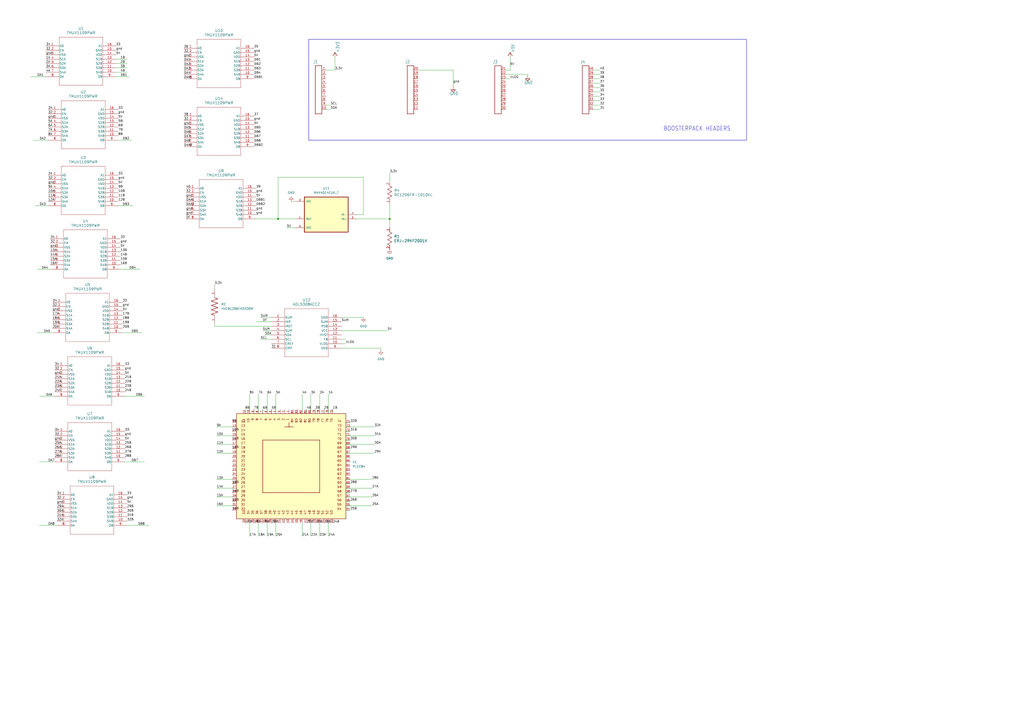
<source format=kicad_sch>
(kicad_sch (version 20230121) (generator eeschema)
  (paper "A2")
  (lib_symbols
    (symbol "2024-03-25_20-30-21:RC1206FR-1010KL" (pin_names (offset 0.254))
      (property "Reference" "R" (at 5.715 3.81 0))
      (property "Value" "RC1206FR-1010KL" (at 6.35 -3.81 0))
      (symbol "RC1206FR-1010KL_1_1"
        (polyline (pts (xy 2.54 0) (xy 3.175 1.27)) (stroke (width 0.2032)))
        (polyline (pts (xy 3.175 1.27) (xy 4.445 -1.27)) (stroke (width 0.2032)))
        (polyline (pts (xy 4.445 -1.27) (xy 5.715 1.27)) (stroke (width 0.2032)))
        (polyline (pts (xy 5.715 1.27) (xy 6.985 -1.27)) (stroke (width 0.2032)))
        (polyline (pts (xy 6.985 -1.27) (xy 8.255 1.27)) (stroke (width 0.2032)))
        (polyline (pts (xy 8.255 1.27) (xy 9.525 -1.27)) (stroke (width 0.2032)))
        (polyline (pts (xy 9.525 -1.27) (xy 10.16 0)) (stroke (width 0.2032)))
        (pin unspecified line (at 0 0 0) (length 2.54) (name "") (number "1"))
        (pin unspecified line (at 12.7 0 180) (length 2.54) (name "") (number "2"))
      )
      (symbol "RC1206FR-1010KL_1_2"
        (polyline (pts (xy -1.27 3.175) (xy 1.27 4.445)) (stroke (width 0.2032)))
        (polyline (pts (xy -1.27 5.715) (xy 1.27 6.985)) (stroke (width 0.2032)))
        (polyline (pts (xy -1.27 8.255) (xy 1.27 9.525)) (stroke (width 0.2032)))
        (polyline (pts (xy 0 2.54) (xy -1.27 3.175)) (stroke (width 0.2032)))
        (polyline (pts (xy 1.27 4.445) (xy -1.27 5.715)) (stroke (width 0.2032)))
        (polyline (pts (xy 1.27 6.985) (xy -1.27 8.255)) (stroke (width 0.2032)))
        (polyline (pts (xy 1.27 9.525) (xy 0 10.16)) (stroke (width 0.2032)))
        (pin unspecified line (at 0 12.7 270) (length 2.54) (name "") (number "1"))
        (pin unspecified line (at 0 0 90) (length 2.54) (name "") (number "2"))
      )
    )
    (symbol "ADL_new:ADL5308ACCZ" (pin_names (offset 0.254))
      (property "Reference" "U" (at 20.32 10.16 0))
      (property "Value" "ADL5308ACCZ" (at 20.32 7.62 0))
      (symbol "ADL5308ACCZ_0_1"
        (polyline (pts (xy 7.62 -22.86) (xy 33.02 -22.86)) (stroke (width 0.127)))
        (polyline (pts (xy 7.62 5.08) (xy 7.62 -22.86)) (stroke (width 0.127)))
        (polyline (pts (xy 33.02 -22.86) (xy 33.02 5.08)) (stroke (width 0.127)))
        (polyline (pts (xy 33.02 5.08) (xy 7.62 5.08)) (stroke (width 0.127)))
        (pin unspecified line (at 0 0 0) (length 7.62) (name "SUM") (number "1"))
        (pin output line (at 40.64 -15.24 180) (length 7.62) (name "VLOG") (number "10"))
        (pin input line (at 40.64 -12.7 180) (length 7.62) (name "FB") (number "11"))
        (pin unspecified line (at 40.64 -10.16 180) (length 7.62) (name "HYST") (number "12"))
        (pin power_in line (at 40.64 -7.62 180) (length 7.62) (name "VCC") (number "13"))
        (pin power_in line (at 40.64 -5.08 180) (length 7.62) (name "PDB") (number "14"))
        (pin unspecified line (at 40.64 -2.54 180) (length 7.62) (name "SUM") (number "15"))
        (pin power_out line (at 40.64 0 180) (length 7.62) (name "GND") (number "16"))
        (pin input line (at 0 -2.54 0) (length 7.62) (name "INP") (number "2"))
        (pin input line (at 0 -5.08 0) (length 7.62) (name "IREF") (number "3"))
        (pin unspecified line (at 0 -7.62 0) (length 7.62) (name "SUM") (number "4"))
        (pin bidirectional line (at 0 -10.16 0) (length 7.62) (name "SDA") (number "5"))
        (pin input line (at 0 -12.7 0) (length 7.62) (name "SCL") (number "6"))
        (pin power_in line (at 0 -15.24 0) (length 7.62) (name "CREF") (number "7"))
        (pin power_in line (at 0 -17.78 0) (length 7.62) (name "CMP") (number "8"))
        (pin power_out line (at 40.64 -17.78 180) (length 7.62) (name "GND") (number "9"))
      )
    )
    (symbol "BOOSTXL-EDUMKII-eagle-import:+3V3" (power)
      (property "Value" "+3V3" (at -2.54 -5.08 90))
      (symbol "+3V3_1_0"
        (polyline (pts (xy 0 0) (xy -1.27 -1.905)) (stroke (width 0.254)))
        (polyline (pts (xy 1.27 -1.905) (xy 0 0)) (stroke (width 0.254)))
        (pin power_in line (at 0 -2.54 90) (length 2.54) (name "+3V3") (number "1"))
      )
    )
    (symbol "BOOSTXL-EDUMKII-eagle-import:+5V" (power)
      (property "Value" "+5V" (at -2.54 -5.08 90))
      (symbol "+5V_1_0"
        (polyline (pts (xy 0 0) (xy -1.27 -1.905)) (stroke (width 0.254)))
        (polyline (pts (xy 1.27 -1.905) (xy 0 0)) (stroke (width 0.254)))
        (pin power_in line (at 0 -2.54 90) (length 2.54) (name "+5V") (number "1"))
      )
    )
    (symbol "BOOSTXL-EDUMKII-eagle-import:GND" (power)
      (property "Value" "GND" (at -1.905 -3.175 0))
      (symbol "GND_1_0"
        (polyline (pts (xy -1.27 0) (xy 1.27 0)) (stroke (width 0.254)))
        (polyline (pts (xy 0 -1.27) (xy -1.27 0)) (stroke (width 0.254)))
        (polyline (pts (xy 1.27 0) (xy 0 -1.27)) (stroke (width 0.254)))
        (pin power_in line (at 0 2.54 270) (length 2.54) (name "GND") (number "1"))
      )
    )
    (symbol "BOOSTXL-EDUMKII-eagle-import:HEADER1X10"
      (property "Reference" "J" (at -2.54 16.51 0))
      (symbol "HEADER1X10_1_0"
        (polyline (pts (xy -1.27 -12.7) (xy -1.27 15.24)) (stroke (width 0.254)))
        (polyline (pts (xy -1.27 15.24) (xy 2.54 15.24)) (stroke (width 0.254)))
        (polyline (pts (xy 2.54 -12.7) (xy -1.27 -12.7)) (stroke (width 0.254)))
        (polyline (pts (xy 2.54 15.24) (xy 2.54 -12.7)) (stroke (width 0.254)))
        (pin bidirectional line (at 5.08 12.7 180) (length 2.54) (name "1") (number "1"))
        (pin bidirectional line (at 5.08 -10.16 180) (length 2.54) (name "10") (number "10"))
        (pin bidirectional line (at 5.08 10.16 180) (length 2.54) (name "2") (number "2"))
        (pin bidirectional line (at 5.08 7.62 180) (length 2.54) (name "3") (number "3"))
        (pin bidirectional line (at 5.08 5.08 180) (length 2.54) (name "4") (number "4"))
        (pin bidirectional line (at 5.08 2.54 180) (length 2.54) (name "5") (number "5"))
        (pin bidirectional line (at 5.08 0 180) (length 2.54) (name "6") (number "6"))
        (pin bidirectional line (at 5.08 -2.54 180) (length 2.54) (name "7") (number "7"))
        (pin bidirectional line (at 5.08 -5.08 180) (length 2.54) (name "8") (number "8"))
        (pin bidirectional line (at 5.08 -7.62 180) (length 2.54) (name "9") (number "9"))
      )
    )
    (symbol "BOOSTXL-EDUMKII-eagle-import:HEADER1X10-J2"
      (property "Reference" "J" (at -2.54 16.51 0))
      (symbol "HEADER1X10-J2_1_0"
        (polyline (pts (xy -1.27 -12.7) (xy -1.27 15.24)) (stroke (width 0.254)))
        (polyline (pts (xy -1.27 15.24) (xy 2.54 15.24)) (stroke (width 0.254)))
        (polyline (pts (xy 2.54 -12.7) (xy -1.27 -12.7)) (stroke (width 0.254)))
        (polyline (pts (xy 2.54 15.24) (xy 2.54 -12.7)) (stroke (width 0.254)))
        (pin bidirectional line (at 5.08 -10.16 180) (length 2.54) (name "10") (number "11"))
        (pin bidirectional line (at 5.08 -7.62 180) (length 2.54) (name "9") (number "12"))
        (pin bidirectional line (at 5.08 -5.08 180) (length 2.54) (name "8") (number "13"))
        (pin bidirectional line (at 5.08 -2.54 180) (length 2.54) (name "7") (number "14"))
        (pin bidirectional line (at 5.08 0 180) (length 2.54) (name "6") (number "15"))
        (pin bidirectional line (at 5.08 2.54 180) (length 2.54) (name "5") (number "16"))
        (pin bidirectional line (at 5.08 5.08 180) (length 2.54) (name "4") (number "17"))
        (pin bidirectional line (at 5.08 7.62 180) (length 2.54) (name "3") (number "18"))
        (pin bidirectional line (at 5.08 10.16 180) (length 2.54) (name "2") (number "19"))
        (pin bidirectional line (at 5.08 12.7 180) (length 2.54) (name "1") (number "20"))
      )
    )
    (symbol "BOOSTXL-EDUMKII-eagle-import:HEADER1X10-J3"
      (property "Reference" "J" (at -2.54 16.51 0))
      (symbol "HEADER1X10-J3_1_0"
        (polyline (pts (xy -1.27 -12.7) (xy -1.27 15.24)) (stroke (width 0.254)))
        (polyline (pts (xy -1.27 15.24) (xy 2.54 15.24)) (stroke (width 0.254)))
        (polyline (pts (xy 2.54 -12.7) (xy -1.27 -12.7)) (stroke (width 0.254)))
        (polyline (pts (xy 2.54 15.24) (xy 2.54 -12.7)) (stroke (width 0.254)))
        (pin bidirectional line (at 5.08 12.7 180) (length 2.54) (name "1") (number "21"))
        (pin bidirectional line (at 5.08 10.16 180) (length 2.54) (name "2") (number "22"))
        (pin bidirectional line (at 5.08 7.62 180) (length 2.54) (name "3") (number "23"))
        (pin bidirectional line (at 5.08 5.08 180) (length 2.54) (name "4") (number "24"))
        (pin bidirectional line (at 5.08 2.54 180) (length 2.54) (name "5") (number "25"))
        (pin bidirectional line (at 5.08 0 180) (length 2.54) (name "6") (number "26"))
        (pin bidirectional line (at 5.08 -2.54 180) (length 2.54) (name "7") (number "27"))
        (pin bidirectional line (at 5.08 -5.08 180) (length 2.54) (name "8") (number "28"))
        (pin bidirectional line (at 5.08 -7.62 180) (length 2.54) (name "9") (number "29"))
        (pin bidirectional line (at 5.08 -10.16 180) (length 2.54) (name "10") (number "30"))
      )
    )
    (symbol "BOOSTXL-EDUMKII-eagle-import:HEADER1X10-J4"
      (property "Reference" "J" (at -2.54 16.51 0))
      (symbol "HEADER1X10-J4_1_0"
        (polyline (pts (xy -1.27 -12.7) (xy -1.27 15.24)) (stroke (width 0.254)))
        (polyline (pts (xy -1.27 15.24) (xy 2.54 15.24)) (stroke (width 0.254)))
        (polyline (pts (xy 2.54 -12.7) (xy -1.27 -12.7)) (stroke (width 0.254)))
        (polyline (pts (xy 2.54 15.24) (xy 2.54 -12.7)) (stroke (width 0.254)))
        (pin bidirectional line (at 5.08 -10.16 180) (length 2.54) (name "10") (number "31"))
        (pin bidirectional line (at 5.08 -7.62 180) (length 2.54) (name "9") (number "32"))
        (pin bidirectional line (at 5.08 -5.08 180) (length 2.54) (name "8") (number "33"))
        (pin bidirectional line (at 5.08 -2.54 180) (length 2.54) (name "7") (number "34"))
        (pin bidirectional line (at 5.08 0 180) (length 2.54) (name "6") (number "35"))
        (pin bidirectional line (at 5.08 2.54 180) (length 2.54) (name "5") (number "36"))
        (pin bidirectional line (at 5.08 5.08 180) (length 2.54) (name "4") (number "37"))
        (pin bidirectional line (at 5.08 7.62 180) (length 2.54) (name "3") (number "38"))
        (pin bidirectional line (at 5.08 10.16 180) (length 2.54) (name "2") (number "39"))
        (pin bidirectional line (at 5.08 12.7 180) (length 2.54) (name "1") (number "40"))
      )
    )
    (symbol "MAX4014EUK_T:MAX4014EUK_T" (pin_names (offset 1.016))
      (property "Reference" "U" (at -12.7 11.16 0))
      (property "Value" "MAX4014EUK_T" (at -12.7 -14.16 0))
      (symbol "MAX4014EUK_T_0_0"
        (rectangle (start -12.7 -10.16) (end 12.7 10.16) (stroke (width 0.41)) (fill (type background)))
        (pin output line (at 17.78 2.54 180) (length 5.08) (name "OUT") (number "1"))
        (pin power_in line (at 17.78 -7.62 180) (length 5.08) (name "VEE") (number "2"))
        (pin input line (at -17.78 2.54 0) (length 5.08) (name "IN+") (number "3"))
        (pin input line (at -17.78 0 0) (length 5.08) (name "IN-") (number "4"))
        (pin power_in line (at 17.78 7.62 180) (length 5.08) (name "VCC") (number "5"))
      )
    )
    (symbol "PLCC84:PLCC84" (pin_names (offset 1.016))
      (property "Reference" "X" (at 33.655 34.925 0))
      (property "Value" "PLCC84" (at -4.445 -3.81 0))
      (symbol "PLCC84_0_0"
        (rectangle (start -30.48 -30.48) (end 30.48 33.02) (stroke (width 0.254)) (fill (type background)))
        (polyline (pts (xy -25.4 0) (xy -22.86 0)) (stroke (width 0.254)))
        (polyline (pts (xy -22.86 0) (xy -22.86 -2.54)) (stroke (width 0.254)))
        (polyline (pts (xy -22.86 0) (xy -22.86 2.54)) (stroke (width 0.254)))
        (polyline (pts (xy -15.24 -15.24) (xy 15.24 -15.24)) (stroke (width 0.254)))
        (polyline (pts (xy -15.24 17.78) (xy -15.24 -15.24)) (stroke (width 0.254)))
        (polyline (pts (xy 15.24 -15.24) (xy 15.24 17.78)) (stroke (width 0.254)))
        (polyline (pts (xy 15.24 17.78) (xy -15.24 17.78)) (stroke (width 0.254)))
        (text "1" (at -27.94 0 0) (effects (font (size 1.27 1.27)) (justify left bottom)))
        (text "10" (at -27.94 -22.86 0) (effects (font (size 1.27 1.27)) (justify left bottom)))
        (text "11" (at -27.94 -25.4 0) (effects (font (size 1.27 1.27)) (justify left bottom)))
        (text "12" (at -25.4 -27.94 900) (effects (font (size 1.27 1.27)) (justify left bottom)))
        (text "13" (at -22.86 -27.94 900) (effects (font (size 1.27 1.27)) (justify left bottom)))
        (text "14" (at -20.32 -27.94 900) (effects (font (size 1.27 1.27)) (justify left bottom)))
        (text "15" (at -17.78 -27.94 900) (effects (font (size 1.27 1.27)) (justify left bottom)))
        (text "16" (at -15.24 -27.94 900) (effects (font (size 1.27 1.27)) (justify left bottom)))
        (text "17" (at -12.7 -27.94 900) (effects (font (size 1.27 1.27)) (justify left bottom)))
        (text "18" (at -10.16 -27.94 900) (effects (font (size 1.27 1.27)) (justify left bottom)))
        (text "19" (at -7.62 -27.94 900) (effects (font (size 1.27 1.27)) (justify left bottom)))
        (text "2" (at -27.94 -2.54 0) (effects (font (size 1.27 1.27)) (justify left bottom)))
        (text "20" (at -5.08 -27.94 900) (effects (font (size 1.27 1.27)) (justify left bottom)))
        (text "21" (at -2.54 -27.94 900) (effects (font (size 1.27 1.27)) (justify left bottom)))
        (text "22" (at 0 -27.94 900) (effects (font (size 1.27 1.27)) (justify left bottom)))
        (text "23" (at 2.54 -27.94 900) (effects (font (size 1.27 1.27)) (justify left bottom)))
        (text "24" (at 5.08 -27.94 900) (effects (font (size 1.27 1.27)) (justify left bottom)))
        (text "25" (at 7.62 -27.94 900) (effects (font (size 1.27 1.27)) (justify left bottom)))
        (text "26" (at 10.16 -27.94 900) (effects (font (size 1.27 1.27)) (justify left bottom)))
        (text "27" (at 12.7 -27.94 900) (effects (font (size 1.27 1.27)) (justify left bottom)))
        (text "28" (at 15.24 -27.94 900) (effects (font (size 1.27 1.27)) (justify left bottom)))
        (text "29" (at 17.78 -27.94 900) (effects (font (size 1.27 1.27)) (justify left bottom)))
        (text "3" (at -27.94 -5.08 0) (effects (font (size 1.27 1.27)) (justify left bottom)))
        (text "30" (at 20.32 -27.94 900) (effects (font (size 1.27 1.27)) (justify left bottom)))
        (text "31" (at 22.86 -27.94 900) (effects (font (size 1.27 1.27)) (justify left bottom)))
        (text "32" (at 25.4 -27.94 900) (effects (font (size 1.27 1.27)) (justify left bottom)))
        (text "33" (at 25.4 -25.4 0) (effects (font (size 1.27 1.27)) (justify left bottom)))
        (text "34" (at 25.4 -22.86 0) (effects (font (size 1.27 1.27)) (justify left bottom)))
        (text "35" (at 25.4 -20.32 0) (effects (font (size 1.27 1.27)) (justify left bottom)))
        (text "36" (at 25.4 -17.78 0) (effects (font (size 1.27 1.27)) (justify left bottom)))
        (text "37" (at 25.4 -15.24 0) (effects (font (size 1.27 1.27)) (justify left bottom)))
        (text "38" (at 25.4 -12.7 0) (effects (font (size 1.27 1.27)) (justify left bottom)))
        (text "39" (at 25.4 -10.16 0) (effects (font (size 1.27 1.27)) (justify left bottom)))
        (text "4" (at -27.94 -7.62 0) (effects (font (size 1.27 1.27)) (justify left bottom)))
        (text "40" (at 25.4 -7.62 0) (effects (font (size 1.27 1.27)) (justify left bottom)))
        (text "41" (at 25.4 -5.08 0) (effects (font (size 1.27 1.27)) (justify left bottom)))
        (text "42" (at 25.4 -2.54 0) (effects (font (size 1.27 1.27)) (justify left bottom)))
        (text "43" (at 25.4 0 0) (effects (font (size 1.27 1.27)) (justify left bottom)))
        (text "44" (at 25.4 2.54 0) (effects (font (size 1.27 1.27)) (justify left bottom)))
        (text "45" (at 25.4 5.08 0) (effects (font (size 1.27 1.27)) (justify left bottom)))
        (text "46" (at 25.4 7.62 0) (effects (font (size 1.27 1.27)) (justify left bottom)))
        (text "47" (at 25.4 10.16 0) (effects (font (size 1.27 1.27)) (justify left bottom)))
        (text "48" (at 25.4 12.7 0) (effects (font (size 1.27 1.27)) (justify left bottom)))
        (text "49" (at 25.4 15.24 0) (effects (font (size 1.27 1.27)) (justify left bottom)))
        (text "5" (at -27.94 -10.16 0) (effects (font (size 1.27 1.27)) (justify left bottom)))
        (text "50" (at 25.4 17.78 0) (effects (font (size 1.27 1.27)) (justify left bottom)))
        (text "51" (at 25.4 20.32 0) (effects (font (size 1.27 1.27)) (justify left bottom)))
        (text "52" (at 25.4 22.86 0) (effects (font (size 1.27 1.27)) (justify left bottom)))
        (text "53" (at 25.4 25.4 0) (effects (font (size 1.27 1.27)) (justify left bottom)))
        (text "54" (at 25.4 27.94 900) (effects (font (size 1.27 1.27)) (justify left bottom)))
        (text "55" (at 22.86 27.94 900) (effects (font (size 1.27 1.27)) (justify left bottom)))
        (text "56" (at 20.32 27.94 900) (effects (font (size 1.27 1.27)) (justify left bottom)))
        (text "57" (at 17.78 27.94 900) (effects (font (size 1.27 1.27)) (justify left bottom)))
        (text "58" (at 15.24 27.94 900) (effects (font (size 1.27 1.27)) (justify left bottom)))
        (text "59" (at 12.7 27.94 900) (effects (font (size 1.27 1.27)) (justify left bottom)))
        (text "6" (at -27.94 -12.7 0) (effects (font (size 1.27 1.27)) (justify left bottom)))
        (text "60" (at 10.16 27.94 900) (effects (font (size 1.27 1.27)) (justify left bottom)))
        (text "61" (at 7.62 27.94 900) (effects (font (size 1.27 1.27)) (justify left bottom)))
        (text "62" (at 5.08 27.94 900) (effects (font (size 1.27 1.27)) (justify left bottom)))
        (text "63" (at 2.54 27.94 900) (effects (font (size 1.27 1.27)) (justify left bottom)))
        (text "64" (at 0 27.94 900) (effects (font (size 1.27 1.27)) (justify left bottom)))
        (text "65" (at -2.54 27.94 900) (effects (font (size 1.27 1.27)) (justify left bottom)))
        (text "66" (at -5.08 27.94 900) (effects (font (size 1.27 1.27)) (justify left bottom)))
        (text "67" (at -7.62 27.94 900) (effects (font (size 1.27 1.27)) (justify left bottom)))
        (text "68" (at -10.16 27.94 900) (effects (font (size 1.27 1.27)) (justify left bottom)))
        (text "69" (at -12.7 27.94 900) (effects (font (size 1.27 1.27)) (justify left bottom)))
        (text "7" (at -27.94 -15.24 0) (effects (font (size 1.27 1.27)) (justify left bottom)))
        (text "70" (at -15.24 27.94 900) (effects (font (size 1.27 1.27)) (justify left bottom)))
        (text "71" (at -17.78 27.94 900) (effects (font (size 1.27 1.27)) (justify left bottom)))
        (text "72" (at -20.32 27.94 900) (effects (font (size 1.27 1.27)) (justify left bottom)))
        (text "73" (at -22.86 27.94 900) (effects (font (size 1.27 1.27)) (justify left bottom)))
        (text "74" (at -25.4 27.94 900) (effects (font (size 1.27 1.27)) (justify left bottom)))
        (text "75" (at -27.94 25.4 0) (effects (font (size 1.27 1.27)) (justify left bottom)))
        (text "76" (at -27.94 22.86 0) (effects (font (size 1.27 1.27)) (justify left bottom)))
        (text "77" (at -27.94 20.32 0) (effects (font (size 1.27 1.27)) (justify left bottom)))
        (text "78" (at -27.94 17.78 0) (effects (font (size 1.27 1.27)) (justify left bottom)))
        (text "79" (at -27.94 15.24 0) (effects (font (size 1.27 1.27)) (justify left bottom)))
        (text "8" (at -27.94 -17.78 0) (effects (font (size 1.27 1.27)) (justify left bottom)))
        (text "80" (at -27.94 12.7 0) (effects (font (size 1.27 1.27)) (justify left bottom)))
        (text "81" (at -27.94 10.16 0) (effects (font (size 1.27 1.27)) (justify left bottom)))
        (text "82" (at -27.94 7.62 0) (effects (font (size 1.27 1.27)) (justify left bottom)))
        (text "83" (at -27.94 5.08 0) (effects (font (size 1.27 1.27)) (justify left bottom)))
        (text "84" (at -27.94 2.54 0) (effects (font (size 1.27 1.27)) (justify left bottom)))
        (text "9" (at -27.94 -20.32 0) (effects (font (size 1.27 1.27)) (justify left bottom)))
        (pin passive line (at -30.48 0 180) (length 2.54) (name "~") (number "1"))
        (pin passive line (at -30.48 -22.86 180) (length 2.54) (name "~") (number "10"))
        (pin passive line (at -30.48 -25.4 180) (length 2.54) (name "~") (number "11"))
        (pin passive line (at -25.4 -33.02 90) (length 2.54) (name "~") (number "12"))
        (pin passive line (at -22.86 -33.02 90) (length 2.54) (name "~") (number "13"))
        (pin passive line (at -20.32 -33.02 90) (length 2.54) (name "~") (number "14"))
        (pin passive line (at -17.78 -33.02 90) (length 2.54) (name "~") (number "15"))
        (pin passive line (at -15.24 -33.02 90) (length 2.54) (name "~") (number "16"))
        (pin passive line (at -12.7 -33.02 90) (length 2.54) (name "~") (number "17"))
        (pin passive line (at -10.16 -33.02 90) (length 2.54) (name "~") (number "18"))
        (pin passive line (at -7.62 -33.02 90) (length 2.54) (name "~") (number "19"))
        (pin passive line (at -30.48 -2.54 180) (length 2.54) (name "~") (number "2"))
        (pin passive line (at -5.08 -33.02 90) (length 2.54) (name "~") (number "20"))
        (pin passive line (at -2.54 -33.02 90) (length 2.54) (name "~") (number "21"))
        (pin passive line (at 0 -33.02 90) (length 2.54) (name "~") (number "22"))
        (pin passive line (at 2.54 -33.02 90) (length 2.54) (name "~") (number "23"))
        (pin passive line (at 5.08 -33.02 90) (length 2.54) (name "~") (number "24"))
        (pin passive line (at 7.62 -33.02 90) (length 2.54) (name "~") (number "25"))
        (pin passive line (at 10.16 -33.02 90) (length 2.54) (name "~") (number "26"))
        (pin passive line (at 12.7 -33.02 90) (length 2.54) (name "~") (number "27"))
        (pin passive line (at 15.24 -33.02 90) (length 2.54) (name "~") (number "28"))
        (pin passive line (at 17.78 -33.02 90) (length 2.54) (name "~") (number "29"))
        (pin passive line (at -30.48 -5.08 180) (length 2.54) (name "~") (number "3"))
        (pin passive line (at 20.32 -33.02 90) (length 2.54) (name "~") (number "30"))
        (pin passive line (at 22.86 -33.02 90) (length 2.54) (name "~") (number "31"))
        (pin passive line (at 25.4 -33.02 90) (length 2.54) (name "~") (number "32"))
        (pin passive line (at 33.02 -25.4 180) (length 2.54) (name "~") (number "33"))
        (pin passive line (at 33.02 -22.86 180) (length 2.54) (name "~") (number "34"))
        (pin passive line (at 33.02 -20.32 180) (length 2.54) (name "~") (number "35"))
        (pin passive line (at 33.02 -17.78 180) (length 2.54) (name "~") (number "36"))
        (pin passive line (at 33.02 -15.24 180) (length 2.54) (name "~") (number "37"))
        (pin passive line (at 33.02 -12.7 180) (length 2.54) (name "~") (number "38"))
        (pin passive line (at 33.02 -10.16 180) (length 2.54) (name "~") (number "39"))
        (pin passive line (at -30.48 -7.62 180) (length 2.54) (name "~") (number "4"))
        (pin passive line (at 33.02 -7.62 180) (length 2.54) (name "~") (number "40"))
        (pin passive line (at 33.02 -5.08 180) (length 2.54) (name "~") (number "41"))
        (pin passive line (at 33.02 -2.54 180) (length 2.54) (name "~") (number "42"))
        (pin passive line (at 33.02 0 180) (length 2.54) (name "~") (number "43"))
        (pin passive line (at 33.02 2.54 180) (length 2.54) (name "~") (number "44"))
        (pin passive line (at 33.02 5.08 180) (length 2.54) (name "~") (number "45"))
        (pin passive line (at 33.02 7.62 180) (length 2.54) (name "~") (number "46"))
        (pin passive line (at 33.02 10.16 180) (length 2.54) (name "~") (number "47"))
        (pin passive line (at 33.02 12.7 180) (length 2.54) (name "~") (number "48"))
        (pin passive line (at 33.02 15.24 180) (length 2.54) (name "~") (number "49"))
        (pin passive line (at -30.48 -10.16 180) (length 2.54) (name "~") (number "5"))
        (pin passive line (at 33.02 17.78 180) (length 2.54) (name "~") (number "50"))
        (pin passive line (at 33.02 20.32 180) (length 2.54) (name "~") (number "51"))
        (pin passive line (at 33.02 22.86 180) (length 2.54) (name "~") (number "52"))
        (pin passive line (at 33.02 25.4 180) (length 2.54) (name "~") (number "53"))
        (pin passive line (at 25.4 33.02 90) (length 2.54) (name "~") (number "54"))
        (pin passive line (at 22.86 33.02 90) (length 2.54) (name "~") (number "55"))
        (pin passive line (at 20.32 33.02 90) (length 2.54) (name "~") (number "56"))
        (pin passive line (at 17.78 33.02 90) (length 2.54) (name "~") (number "57"))
        (pin passive line (at 15.24 33.02 90) (length 2.54) (name "~") (number "58"))
        (pin passive line (at 12.7 33.02 90) (length 2.54) (name "~") (number "59"))
        (pin passive line (at -30.48 -12.7 180) (length 2.54) (name "~") (number "6"))
        (pin passive line (at 10.16 33.02 90) (length 2.54) (name "~") (number "60"))
        (pin passive line (at 7.62 33.02 90) (length 2.54) (name "~") (number "61"))
        (pin passive line (at 5.08 33.02 90) (length 2.54) (name "~") (number "62"))
        (pin passive line (at 2.54 33.02 90) (length 2.54) (name "~") (number "63"))
        (pin passive line (at 0 33.02 90) (length 2.54) (name "~") (number "64"))
        (pin passive line (at -2.54 33.02 90) (length 2.54) (name "~") (number "65"))
        (pin passive line (at -5.08 33.02 90) (length 2.54) (name "~") (number "66"))
        (pin passive line (at -7.62 33.02 90) (length 2.54) (name "~") (number "67"))
        (pin passive line (at -10.16 33.02 90) (length 2.54) (name "~") (number "68"))
        (pin passive line (at -12.7 33.02 90) (length 2.54) (name "~") (number "69"))
        (pin passive line (at -30.48 -15.24 180) (length 2.54) (name "~") (number "7"))
        (pin passive line (at -15.24 33.02 90) (length 2.54) (name "~") (number "70"))
        (pin passive line (at -17.78 33.02 90) (length 2.54) (name "~") (number "71"))
        (pin passive line (at -20.32 33.02 90) (length 2.54) (name "~") (number "72"))
        (pin passive line (at -22.86 33.02 90) (length 2.54) (name "~") (number "73"))
        (pin passive line (at -25.4 33.02 90) (length 2.54) (name "~") (number "74"))
        (pin passive line (at -30.48 25.4 180) (length 2.54) (name "~") (number "75"))
        (pin passive line (at -30.48 22.86 180) (length 2.54) (name "~") (number "76"))
        (pin passive line (at -30.48 20.32 180) (length 2.54) (name "~") (number "77"))
        (pin passive line (at -30.48 17.78 180) (length 2.54) (name "~") (number "78"))
        (pin passive line (at -30.48 15.24 180) (length 2.54) (name "~") (number "79"))
        (pin passive line (at -30.48 -17.78 180) (length 2.54) (name "~") (number "8"))
        (pin passive line (at -30.48 12.7 180) (length 2.54) (name "~") (number "80"))
        (pin passive line (at -30.48 10.16 180) (length 2.54) (name "~") (number "81"))
        (pin passive line (at -30.48 7.62 180) (length 2.54) (name "~") (number "82"))
        (pin passive line (at -30.48 5.08 180) (length 2.54) (name "~") (number "83"))
        (pin passive line (at -30.48 2.54 180) (length 2.54) (name "~") (number "84"))
        (pin passive line (at -30.48 -20.32 180) (length 2.54) (name "~") (number "9"))
      )
    )
    (symbol "RES_2k:ERJ-2RKF2001X" (pin_names (offset 0.254))
      (property "Reference" "R" (at 5.715 3.81 0))
      (property "Value" "ERJ-2RKF2001X" (at 6.35 -3.81 0))
      (symbol "ERJ-2RKF2001X_1_1"
        (polyline (pts (xy 2.54 0) (xy 3.175 1.27)) (stroke (width 0.2032)))
        (polyline (pts (xy 3.175 1.27) (xy 4.445 -1.27)) (stroke (width 0.2032)))
        (polyline (pts (xy 4.445 -1.27) (xy 5.715 1.27)) (stroke (width 0.2032)))
        (polyline (pts (xy 5.715 1.27) (xy 6.985 -1.27)) (stroke (width 0.2032)))
        (polyline (pts (xy 6.985 -1.27) (xy 8.255 1.27)) (stroke (width 0.2032)))
        (polyline (pts (xy 8.255 1.27) (xy 9.525 -1.27)) (stroke (width 0.2032)))
        (polyline (pts (xy 9.525 -1.27) (xy 10.16 0)) (stroke (width 0.2032)))
        (pin unspecified line (at 12.7 0 180) (length 2.54) (name "") (number "1"))
        (pin unspecified line (at 0 0 0) (length 2.54) (name "") (number "2"))
      )
      (symbol "ERJ-2RKF2001X_1_2"
        (polyline (pts (xy -1.27 3.175) (xy 1.27 4.445)) (stroke (width 0.2032)))
        (polyline (pts (xy -1.27 5.715) (xy 1.27 6.985)) (stroke (width 0.2032)))
        (polyline (pts (xy -1.27 8.255) (xy 1.27 9.525)) (stroke (width 0.2032)))
        (polyline (pts (xy 0 2.54) (xy -1.27 3.175)) (stroke (width 0.2032)))
        (polyline (pts (xy 1.27 4.445) (xy -1.27 5.715)) (stroke (width 0.2032)))
        (polyline (pts (xy 1.27 6.985) (xy -1.27 8.255)) (stroke (width 0.2032)))
        (polyline (pts (xy 1.27 9.525) (xy 0 10.16)) (stroke (width 0.2032)))
        (pin unspecified line (at 0 12.7 270) (length 2.54) (name "") (number "1"))
        (pin unspecified line (at 0 0 90) (length 2.54) (name "") (number "2"))
      )
    )
    (symbol "RES_330M:HVCB1206FKD330M" (pin_names (offset 1.016))
      (property "Reference" "R" (at -7.6244 2.5415 0))
      (property "Value" "HVCB1206FKD330M" (at -7.63 -5.0866 0))
      (symbol "HVCB1206FKD330M_0_0"
        (polyline (pts (xy -5.08 0) (xy -4.445 1.905)) (stroke (width 0.254)))
        (polyline (pts (xy -4.445 1.905) (xy -3.175 -1.905)) (stroke (width 0.254)))
        (polyline (pts (xy -3.175 -1.905) (xy -1.905 1.905)) (stroke (width 0.254)))
        (polyline (pts (xy -1.905 1.905) (xy -0.635 -1.905)) (stroke (width 0.254)))
        (polyline (pts (xy -0.635 -1.905) (xy 0.635 1.905)) (stroke (width 0.254)))
        (polyline (pts (xy 0.635 1.905) (xy 1.905 -1.905)) (stroke (width 0.254)))
        (polyline (pts (xy 1.905 -1.905) (xy 3.175 1.905)) (stroke (width 0.254)))
        (polyline (pts (xy 3.175 1.905) (xy 4.445 -1.905)) (stroke (width 0.254)))
        (polyline (pts (xy 4.445 -1.905) (xy 5.08 0)) (stroke (width 0.254)))
        (pin passive line (at -10.16 0 0) (length 5.08) (name "~") (number "1"))
        (pin passive line (at 10.16 0 180) (length 5.08) (name "~") (number "2"))
      )
    )
    (symbol "TMUX1109:TMUX1109PWR" (pin_names (offset 0.254))
      (property "Reference" "U" (at 20.32 10.16 0))
      (property "Value" "TMUX1109PWR" (at 20.32 7.62 0))
      (symbol "TMUX1109PWR_0_1"
        (polyline (pts (xy 7.62 -22.86) (xy 33.02 -22.86)) (stroke (width 0.127)))
        (polyline (pts (xy 7.62 5.08) (xy 7.62 -22.86)) (stroke (width 0.127)))
        (polyline (pts (xy 33.02 -22.86) (xy 33.02 5.08)) (stroke (width 0.127)))
        (polyline (pts (xy 33.02 5.08) (xy 7.62 5.08)) (stroke (width 0.127)))
        (pin bidirectional line (at 0 0 0) (length 7.62) (name "A0") (number "1"))
        (pin bidirectional line (at 40.64 -15.24 180) (length 7.62) (name "S4B") (number "10"))
        (pin bidirectional line (at 40.64 -12.7 180) (length 7.62) (name "S3B") (number "11"))
        (pin bidirectional line (at 40.64 -10.16 180) (length 7.62) (name "S2B") (number "12"))
        (pin bidirectional line (at 40.64 -7.62 180) (length 7.62) (name "S1B") (number "13"))
        (pin power_in line (at 40.64 -5.08 180) (length 7.62) (name "VDD") (number "14"))
        (pin power_out line (at 40.64 -2.54 180) (length 7.62) (name "GND") (number "15"))
        (pin bidirectional line (at 40.64 0 180) (length 7.62) (name "A1") (number "16"))
        (pin unspecified line (at 0 -2.54 0) (length 7.62) (name "EN") (number "2"))
        (pin power_out line (at 0 -5.08 0) (length 7.62) (name "VSS") (number "3"))
        (pin bidirectional line (at 0 -7.62 0) (length 7.62) (name "S1A") (number "4"))
        (pin bidirectional line (at 0 -10.16 0) (length 7.62) (name "S2A") (number "5"))
        (pin bidirectional line (at 0 -12.7 0) (length 7.62) (name "S3A") (number "6"))
        (pin bidirectional line (at 0 -15.24 0) (length 7.62) (name "S4A") (number "7"))
        (pin unspecified line (at 0 -17.78 0) (length 7.62) (name "DA") (number "8"))
        (pin unspecified line (at 40.64 -17.78 180) (length 7.62) (name "DB") (number "9"))
      )
    )
    (symbol "power:GND" (power) (pin_names (offset 0))
      (property "Value" "GND" (at 0 -3.81 0))
      (symbol "GND_0_1"
        (polyline (pts (xy 0 0) (xy 0 -1.27) (xy 1.27 -1.27) (xy 0 -2.54) (xy -1.27 -1.27) (xy 0 -1.27)))
      )
      (symbol "GND_1_1"
        (pin power_in line (at 0 0 270) (length 0) hide (name "GND") (number "1"))
      )
    )
  )
  (junction (at 161.29 127))
  (junction (at 226.06 127))
  (wire (pts (xy 67.31 44.45) (xy 74.93 44.45)))
  (wire (pts (xy 200.66 257.81) (xy 217.17 257.81)))
  (wire (pts (xy 190.5 228.6) (xy 190.5 240.03)))
  (wire (pts (xy 125.73 262.89) (xy 134.62 262.89)))
  (wire (pts (xy 175.26 228.6) (xy 175.26 240.03)))
  (wire (pts (xy 226.06 100.33) (xy 226.06 105.41)))
  (wire (pts (xy 190.5 303.53) (xy 190.5 311.15)))
  (wire (pts (xy 344.17 63.5) (xy 347.98 63.5)))
  (wire (pts (xy 189.23 60.96) (xy 191.77 60.96)))
  (wire (pts (xy 160.02 228.6) (xy 160.02 240.03)))
  (wire (pts (xy 21.59 193.04) (xy 30.48 193.04)))
  (wire (pts (xy 344.17 55.88) (xy 347.98 55.88)))
  (polyline (pts (xy 179.07 81.28) (xy 433.07 81.28)) (stroke (width 0.2032) (type solid)))
  (wire (pts (xy 171.45 116.84) (xy 168.91 116.84)))
  (wire (pts (xy 262.89 40.64) (xy 262.89 49.53)) (stroke (width 0.1524)))
  (wire (pts (xy 198.12 196.85) (xy 200.66 196.85)))
  (wire (pts (xy 185.42 228.6) (xy 185.42 240.03)))
  (wire (pts (xy 67.31 41.91) (xy 73.66 41.91)))
  (wire (pts (xy 67.31 39.37) (xy 73.66 39.37)))
  (wire (pts (xy 144.78 303.53) (xy 144.78 311.15)))
  (wire (pts (xy 151.13 184.15) (xy 157.48 184.15)))
  (wire (pts (xy 200.66 295.91) (xy 203.2 295.91)))
  (wire (pts (xy 125.73 252.73) (xy 134.62 252.73)))
  (wire (pts (xy 142.24 237.49) (xy 142.24 240.03)))
  (wire (pts (xy 144.78 228.6) (xy 144.78 240.03)))
  (wire (pts (xy 124.46 189.23) (xy 157.48 189.23)))
  (wire (pts (xy 293.37 45.72) (xy 295.91 45.72)))
  (wire (pts (xy 344.17 58.42) (xy 347.98 58.42)))
  (wire (pts (xy 22.86 304.8) (xy 33.02 304.8)))
  (wire (pts (xy 154.94 303.53) (xy 154.94 311.15)))
  (wire (pts (xy 207.01 127) (xy 226.06 127)))
  (wire (pts (xy 200.66 285.75) (xy 203.2 285.75)))
  (wire (pts (xy 200.66 280.67) (xy 203.2 280.67)))
  (wire (pts (xy 295.91 40.64) (xy 293.37 40.64)) (stroke (width 0.1524)))
  (wire (pts (xy 187.96 237.49) (xy 187.96 240.03)))
  (wire (pts (xy 200.66 293.37) (xy 215.9 293.37)))
  (wire (pts (xy 198.12 184.15) (xy 210.82 184.15)))
  (wire (pts (xy 344.17 50.8) (xy 347.98 50.8)))
  (wire (pts (xy 152.4 237.49) (xy 152.4 240.03)))
  (wire (pts (xy 182.88 237.49) (xy 182.88 240.03)))
  (wire (pts (xy 210.82 124.46) (xy 207.01 124.46)))
  (wire (pts (xy 17.78 44.45) (xy 26.67 44.45)))
  (wire (pts (xy 72.39 267.97) (xy 83.82 267.97)))
  (wire (pts (xy 149.86 303.53) (xy 149.86 311.15)))
  (wire (pts (xy 125.73 293.37) (xy 134.62 293.37)))
  (wire (pts (xy 149.86 228.6) (xy 149.86 240.03)))
  (wire (pts (xy 67.31 34.29) (xy 73.66 34.29)))
  (wire (pts (xy 200.66 262.89) (xy 217.17 262.89)))
  (wire (pts (xy 22.86 267.97) (xy 31.75 267.97)))
  (wire (pts (xy 161.29 102.87) (xy 210.82 102.87)))
  (polyline (pts (xy 433.07 81.28) (xy 433.07 22.86)) (stroke (width 0.2032) (type solid)))
  (wire (pts (xy 175.26 303.53) (xy 175.26 311.15)))
  (wire (pts (xy 194.31 33.02) (xy 194.31 40.64)) (stroke (width 0.1524)))
  (wire (pts (xy 21.59 156.21) (xy 29.21 156.21)))
  (wire (pts (xy 200.66 250.19) (xy 203.2 250.19)))
  (wire (pts (xy 242.57 40.64) (xy 262.89 40.64)) (stroke (width 0.1524)))
  (wire (pts (xy 177.8 237.49) (xy 177.8 240.03)))
  (wire (pts (xy 125.73 288.29) (xy 134.62 288.29)))
  (wire (pts (xy 73.66 304.8) (xy 86.36 304.8)))
  (wire (pts (xy 344.17 45.72) (xy 347.98 45.72)))
  (wire (pts (xy 200.66 255.27) (xy 203.2 255.27)))
  (wire (pts (xy 200.66 260.35) (xy 203.2 260.35)))
  (wire (pts (xy 153.67 194.31) (xy 157.48 194.31)))
  (wire (pts (xy 67.31 36.83) (xy 73.66 36.83)))
  (wire (pts (xy 20.32 119.38) (xy 27.94 119.38)))
  (wire (pts (xy 200.66 252.73) (xy 217.17 252.73)))
  (wire (pts (xy 344.17 53.34) (xy 347.98 53.34)))
  (wire (pts (xy 200.66 245.11) (xy 203.2 245.11)))
  (wire (pts (xy 194.31 40.64) (xy 189.23 40.64)) (stroke (width 0.1524)))
  (wire (pts (xy 210.82 102.87) (xy 210.82 124.46)))
  (wire (pts (xy 220.98 201.93) (xy 198.12 201.93)))
  (wire (pts (xy 19.05 81.28) (xy 27.94 81.28)))
  (wire (pts (xy 220.98 201.93) (xy 220.98 203.2)))
  (wire (pts (xy 344.17 60.96) (xy 347.98 60.96)))
  (wire (pts (xy 344.17 48.26) (xy 347.98 48.26)))
  (wire (pts (xy 148.59 127) (xy 161.29 127)))
  (wire (pts (xy 125.73 283.21) (xy 134.62 283.21)))
  (wire (pts (xy 189.23 63.5) (xy 191.77 63.5)))
  (wire (pts (xy 22.86 229.87) (xy 31.75 229.87)))
  (wire (pts (xy 166.37 132.08) (xy 171.45 132.08)))
  (wire (pts (xy 180.34 228.6) (xy 180.34 240.03)))
  (wire (pts (xy 226.06 118.11) (xy 226.06 127)))
  (polyline (pts (xy 179.07 22.86) (xy 179.07 81.28)) (stroke (width 0.2032) (type solid)))
  (wire (pts (xy 152.4 191.77) (xy 157.48 191.77)))
  (wire (pts (xy 157.48 237.49) (xy 157.48 240.03)))
  (wire (pts (xy 125.73 278.13) (xy 134.62 278.13)))
  (wire (pts (xy 295.91 33.02) (xy 295.91 40.64)) (stroke (width 0.1524)))
  (wire (pts (xy 147.32 237.49) (xy 147.32 240.03)))
  (wire (pts (xy 151.13 196.85) (xy 157.48 196.85)))
  (wire (pts (xy 344.17 40.64) (xy 347.98 40.64)))
  (wire (pts (xy 161.29 127) (xy 171.45 127)))
  (wire (pts (xy 226.06 127) (xy 226.06 132.08)))
  (wire (pts (xy 124.46 165.1) (xy 124.46 167.64)))
  (wire (pts (xy 148.59 186.69) (xy 157.48 186.69)))
  (wire (pts (xy 124.46 187.96) (xy 124.46 189.23)))
  (wire (pts (xy 68.58 119.38) (xy 77.47 119.38)))
  (wire (pts (xy 200.66 288.29) (xy 215.9 288.29)))
  (wire (pts (xy 344.17 43.18) (xy 347.98 43.18)))
  (wire (pts (xy 293.37 43.18) (xy 306.07 43.18)) (stroke (width 0.1524)))
  (wire (pts (xy 68.58 81.28) (xy 76.2 81.28)))
  (wire (pts (xy 198.12 191.77) (xy 224.79 191.77)))
  (wire (pts (xy 185.42 303.53) (xy 185.42 311.15)))
  (wire (pts (xy 72.39 229.87) (xy 83.82 229.87)))
  (wire (pts (xy 160.02 303.53) (xy 160.02 311.15)))
  (wire (pts (xy 200.66 290.83) (xy 203.2 290.83)))
  (polyline (pts (xy 433.07 22.86) (xy 179.07 22.86)) (stroke (width 0.2032) (type solid)))
  (wire (pts (xy 154.94 228.6) (xy 154.94 240.03)))
  (wire (pts (xy 180.34 303.53) (xy 180.34 311.15)))
  (wire (pts (xy 161.29 127) (xy 161.29 102.87)))
  (wire (pts (xy 71.12 193.04) (xy 82.55 193.04)))
  (wire (pts (xy 200.66 283.21) (xy 215.9 283.21)))
  (wire (pts (xy 125.73 247.65) (xy 134.62 247.65)))
  (wire (pts (xy 200.66 278.13) (xy 215.9 278.13)))
  (wire (pts (xy 200.66 247.65) (xy 217.17 247.65)))
  (wire (pts (xy 193.04 237.49) (xy 193.04 240.03)))
  (wire (pts (xy 125.73 257.81) (xy 134.62 257.81)))
  (wire (pts (xy 69.85 156.21) (xy 81.28 156.21)))
  (wire (pts (xy 198.12 199.39) (xy 200.66 199.39)))
  (text "BOOSTERPACK HEADERS" (at 384.81 76.2 0) (effects (font (size 2.54 2.159)) (justify left bottom)))
  (label "gnd" (at 26.67 31.75 0))
  (label "SCL" (at 191.77 60.96 0))
  (label "18B" (at 71.12 185.42 0))
  (label "5V" (at 68.58 106.68 0))
  (label "15B" (at 69.85 151.13 0))
  (label "5V" (at 69.85 143.51 0))
  (label "34" (at 347.98 55.88 0))
  (label "31A" (at 33.02 299.72 0))
  (label "DB8" (at 147.32 82.55 0))
  (label "40" (at 107.95 109.22 0))
  (label "12A" (at 125.73 262.89 0))
  (label "37" (at 147.32 67.31 0))
  (label "14A" (at 29.21 148.59 0))
  (label "36" (at 106.68 27.94 0))
  (label "21A" (at 175.26 311.15 0))
  (label "31A" (at 217.17 252.73 0))
  (label "DAA2" (at 107.95 119.38 0))
  (label "33" (at 72.39 250.19 0))
  (label "DB1" (at 69.85 44.45 0))
  (label "gnd" (at 68.58 66.04 0))
  (label "25A" (at 31.75 257.81 0))
  (label "DB6" (at 78.74 229.87 0))
  (label "SCL" (at 151.13 196.85 0))
  (label "35" (at 347.98 53.34 0))
  (label "gnd" (at 31.75 217.17 0))
  (label "DA1" (at 21.59 44.45 0))
  (label "gnd" (at 262.89 48.26 0))
  (label "gnd" (at 71.12 177.8 0))
  (label "26A" (at 31.75 260.35 0))
  (label "DA8" (at 106.68 82.55 0))
  (label "32" (at 31.75 252.73 0))
  (label "DB1" (at 147.32 35.56 0))
  (label "5B" (at 157.48 237.49 0))
  (label "15B" (at 134.62 290.83 0))
  (label "29A" (at 33.02 294.64 0))
  (label "33" (at 68.58 101.6 0))
  (label "1A" (at 26.67 34.29 0))
  (label "15A" (at 125.73 288.29 0))
  (label "DB5" (at 76.2 193.04 0))
  (label "DBB1" (at 147.32 45.72 0))
  (label "gnd" (at 107.95 114.3 0))
  (label "gnd" (at 33.02 292.1 0))
  (label "13A" (at 29.21 146.05 0))
  (label "3.3V" (at 124.46 165.1 0))
  (label "10B" (at 68.58 111.76 0))
  (label "34" (at 27.94 63.5 0))
  (label "DB7" (at 147.32 80.01 0))
  (label "28B" (at 72.39 265.43 0))
  (label "32" (at 27.94 104.14 0))
  (label "27A" (at 31.75 262.89 0))
  (label "34" (at 26.67 26.67 0))
  (label "14B" (at 134.62 285.75 0))
  (label "34" (at 31.75 250.19 0))
  (label "33" (at 73.66 287.02 0))
  (label "30A" (at 217.17 257.81 0))
  (label "17B" (at 71.12 182.88 0))
  (label "DA2" (at 22.86 81.28 0))
  (label "37" (at 347.98 48.26 0))
  (label "27A" (at 215.9 283.21 0))
  (label "19A" (at 30.48 187.96 0))
  (label "34" (at 29.21 138.43 0))
  (label "gnd" (at 148.59 121.92 0))
  (label "32" (at 29.21 140.97 0))
  (label "5B" (at 68.58 71.12 0))
  (label "13B" (at 69.85 146.05 0))
  (label "1B" (at 69.85 34.29 0))
  (label "33" (at 68.58 63.5 0))
  (label "26B" (at 72.39 260.35 0))
  (label "3A" (at 180.34 228.6 0))
  (label "20B" (at 157.48 303.53 0))
  (label "SDA" (at 153.67 194.31 0))
  (label "gnd" (at 67.31 29.21 0))
  (label "DAA2" (at 106.68 85.09 0))
  (label "9A" (at 125.73 247.65 0))
  (label "DB2" (at 71.12 81.28 0))
  (label "18A" (at 149.86 311.15 0))
  (label "32A" (at 217.17 247.65 0))
  (label "5V" (at 71.12 180.34 0))
  (label "6B" (at 152.4 237.49 0))
  (label "20B" (at 71.12 190.5 0))
  (label "27B" (at 203.2 285.75 0))
  (label "38" (at 347.98 45.72 0))
  (label "21B" (at 72.39 219.71 0))
  (label "33" (at 69.85 138.43 0))
  (label "11A" (at 125.73 257.81 0))
  (label "gnd" (at 147.32 30.48 0))
  (label "7B" (at 68.58 76.2 0))
  (label "13A" (at 125.73 278.13 0))
  (label "gnd" (at 106.68 33.02 0))
  (label "12B" (at 68.58 116.84 0))
  (label "DA5" (at 25.4 193.04 0))
  (label "VLOG" (at 200.66 199.39 0))
  (label "gnd" (at 31.75 255.27 0))
  (label "25B" (at 203.2 295.91 0))
  (label "gnd" (at 69.85 140.97 0))
  (label "16A" (at 125.73 293.37 0))
  (label "7A" (at 149.86 228.6 0))
  (label "5V" (at 295.91 38.1 0))
  (label "6A" (at 154.94 228.6 0))
  (label "12A" (at 27.94 116.84 0))
  (label "20A" (at 30.48 190.5 0))
  (label "11B" (at 68.58 114.3 0))
  (label "gnd" (at 147.32 69.85 0))
  (label "36" (at 347.98 50.8 0))
  (label "SDA" (at 191.77 63.5 0))
  (label "9B" (at 134.62 245.11 0))
  (label "DA1" (at 106.68 35.56 0))
  (label "18B" (at 147.32 303.53 0))
  (label "gnd" (at 72.39 252.73 0))
  (label "24A" (at 190.5 311.15 0))
  (label "33" (at 71.12 175.26 0))
  (label "34" (at 33.02 287.02 0))
  (label "25A" (at 215.9 293.37 0))
  (label "26B" (at 203.2 290.83 0))
  (label "26A" (at 215.9 288.29 0))
  (label "32B" (at 73.66 302.26 0))
  (label "28A" (at 215.9 278.13 0))
  (label "32" (at 107.95 111.76 0))
  (label "DBB1" (at 148.59 116.84 0))
  (label "11A" (at 27.94 114.3 0))
  (label "34" (at 31.75 212.09 0))
  (label "5V" (at 68.58 68.58 0))
  (label "33" (at 347.98 58.42 0))
  (label "20A" (at 160.02 311.15 0))
  (label "32" (at 26.67 29.21 0))
  (label "3B" (at 182.88 237.49 0))
  (label "17B" (at 142.24 303.53 0))
  (label "DF" (at 152.4 186.69 0))
  (label "2A" (at 185.42 228.6 0))
  (label "39" (at 148.59 109.22 0))
  (label "5V" (at 147.32 33.02 0))
  (label "17A" (at 30.48 182.88 0))
  (label "30B" (at 203.2 255.27 0))
  (label "19B" (at 152.4 303.53 0))
  (label "29B" (at 203.2 260.35 0))
  (label "3A" (at 26.67 39.37 0))
  (label "5V" (at 224.79 191.77 0))
  (label "18A" (at 30.48 185.42 0))
  (label "12B" (at 134.62 260.35 0))
  (label "32" (at 30.48 177.8 0))
  (label "8B" (at 68.58 78.74 0))
  (label "32" (at 33.02 289.56 0))
  (label "DA4" (at 106.68 43.18 0))
  (label "17A" (at 144.78 311.15 0))
  (label "DA6" (at 26.67 229.87 0))
  (label "5A" (at 160.02 228.6 0))
  (label "32" (at 106.68 69.85 0))
  (label "23B" (at 187.96 303.53 0))
  (label "gnd" (at 107.95 121.92 0))
  (label "5V" (at 72.39 255.27 0))
  (label "32" (at 347.98 60.96 0))
  (label "1B" (at 193.04 237.49 0))
  (label "6B" (at 68.58 73.66 0))
  (label "21B" (at 177.8 303.53 0))
  (label "DB3" (at 71.12 119.38 0))
  (label "14B" (at 69.85 148.59 0))
  (label "DB4" (at 74.93 156.21 0))
  (label "DB4" (at 147.32 43.18 0))
  (label "32A" (at 33.02 302.26 0))
  (label "5V" (at 166.37 132.08 0))
  (label "gnd" (at 27.94 106.68 0))
  (label "40" (at 347.98 40.64 0))
  (label "3.3V" (at 194.31 40.64 0))
  (label "31B" (at 73.66 299.72 0))
  (label "25B" (at 72.39 257.81 0))
  (label "4A" (at 175.26 228.6 0))
  (label "30B" (at 73.66 297.18 0))
  (label "35" (at 147.32 27.94 0))
  (label "6A" (at 27.94 73.66 0))
  (label "DAA1" (at 107.95 116.84 0))
  (label "33" (at 67.31 26.67 0))
  (label "32" (at 27.94 66.04 0))
  (label "19B" (at 71.12 187.96 0))
  (label "DA2" (at 106.68 38.1 0))
  (label "27B" (at 72.39 262.89 0))
  (label "22B" (at 182.88 303.53 0))
  (label "DA7" (at 106.68 80.01 0))
  (label "DB8" (at 80.01 304.8 0))
  (label "2A" (at 26.67 36.83 0))
  (label "gnd" (at 27.94 68.58 0))
  (label "DB2" (at 147.32 38.1 0))
  (label "gnd" (at 106.68 72.39 0))
  (label "8B" (at 142.24 237.49 0))
  (label "11B" (at 134.62 255.27 0))
  (label "16B" (at 69.85 153.67 0))
  (label "SUM" (at 152.4 191.77 0))
  (label "15A" (at 29.21 151.13 0))
  (label "14A" (at 125.73 283.21 0))
  (label "1A" (at 190.5 228.6 0))
  (label "SUM" (at 198.12 186.69 0))
  (label "32" (at 106.68 30.48 0))
  (label "13B" (at 134.62 280.67 0))
  (label "gnd" (at 29.21 143.51 0))
  (label "31" (at 347.98 63.5 0))
  (label "28B" (at 203.2 280.67 0))
  (label "31" (at 157.48 201.93 0))
  (label "7B" (at 147.32 237.49 0))
  (label "32" (at 31.75 214.63 0))
  (label "9B" (at 68.58 109.22 0))
  (label "34" (at 27.94 101.6 0))
  (label "33" (at 72.39 212.09 0))
  (label "DA3" (at 22.86 119.38 0))
  (label "7A" (at 27.94 76.2 0))
  (label "gnd" (at 148.59 111.76 0))
  (label "SUM" (at 151.13 184.15 0))
  (label "22B" (at 72.39 222.25 0))
  (label "DA4" (at 24.13 156.21 0))
  (label "gnd" (at 73.66 289.56 0))
  (label "10A" (at 125.73 252.73 0))
  (label "gnd" (at 107.95 124.46 0))
  (label "DA8" (at 27.94 304.8 0))
  (label "4B" (at 177.8 237.49 0))
  (label "24B" (at 72.39 227.33 0))
  (label "29A" (at 217.17 262.89 0))
  (label "23A" (at 185.42 311.15 0))
  (label "38" (at 106.68 67.31 0))
  (label "gnd" (at 148.59 124.46 0))
  (label "gnd" (at 68.58 104.14 0))
  (label "24B" (at 193.04 303.53 0))
  (label "34" (at 30.48 175.26 0))
  (label "2B" (at 187.96 237.49 0))
  (label "9A" (at 27.94 109.22 0))
  (label "10A" (at 27.94 111.76 0))
  (label "28A" (at 31.75 265.43 0))
  (label "19A" (at 154.94 311.15 0))
  (label "5V" (at 148.59 114.3 0))
  (label "DAA1" (at 106.68 45.72 0))
  (label "22A" (at 180.34 311.15 0))
  (label "21A" (at 31.75 219.71 0))
  (label "5V" (at 67.31 31.75 0))
  (label "DB7" (at 76.2 267.97 0))
  (label "30A" (at 33.02 297.18 0))
  (label "8A" (at 144.78 228.6 0))
  (label "gnd" (at 30.48 180.34 0))
  (label "5A" (at 27.94 71.12 0))
  (label "DB3" (at 147.32 40.64 0))
  (label "23B" (at 72.39 224.79 0))
  (label "DB6" (at 147.32 77.47 0))
  (label "DBB2" (at 148.59 119.38 0))
  (label "4A" (at 26.67 41.91 0))
  (label "10B" (at 134.62 250.19 0))
  (label "5V" (at 72.39 217.17 0))
  (label "22A" (at 31.75 222.25 0))
  (label "5V" (at 147.32 72.39 0))
  (label "16B" (at 134.62 295.91 0))
  (label "39" (at 347.98 43.18 0))
  (label "DB5" (at 147.32 74.93 0))
  (label "8A" (at 27.94 78.74 0))
  (label "DA7" (at 27.94 267.97 0))
  (label "24A" (at 31.75 227.33 0))
  (label "29B" (at 73.66 294.64 0))
  (label "3B" (at 69.85 39.37 0))
  (label "2B" (at 69.85 36.83 0))
  (label "DA6" (at 106.68 77.47 0))
  (label "DF" (at 107.95 127 0))
  (label "VLOG" (at 295.91 45.72 0))
  (label "23A" (at 31.75 224.79 0))
  (label "5V" (at 73.66 292.1 0))
  (label "3.3V" (at 226.06 100.33 0))
  (label "DA3" (at 106.68 40.64 0))
  (label "16A" (at 29.21 153.67 0))
  (label "4B" (at 69.85 41.91 0))
  (label "31B" (at 203.2 250.19 0))
  (label "gnd" (at 72.39 214.63 0))
  (label "DA5" (at 106.68 74.93 0))
  (label "DBB2" (at 147.32 85.09 0))
  (label "32B" (at 203.2 245.11 0))
  (symbol (lib_id "TMUX1109:TMUX1109PWR") (at 26.67 26.67 0) (unit 1)
    (property "Reference" "U1" (at 46.99 16.51 0) (effects (font (size 1.524 1.524))))
    (property "Value" "TMUX1109PWR" (at 46.99 19.05 0) (effects (font (size 1.524 1.524))))
    (property "Footprint" "tmux_footprint:PW_16_TEX" (effects hide))
    (property "Datasheet" "TMUX1109PWR" (effects hide))
  )
  (symbol (lib_id "BOOSTXL-EDUMKII-eagle-import:GND") (at 306.07 45.72 0) (unit 1)
    (property "Reference" "#SUPPLY02" (effects hide))
    (property "Value" "GND" (at 304.165 48.895 0) (effects (font (size 1.778 1.5113)) (justify left bottom)))
  )
  (symbol (lib_id "power:GND") (at 220.98 203.2 0) (unit 1)
    (property "Reference" "#PWR01" (effects hide))
    (property "Value" "GND" (at 220.98 208.28 0))
  )
  (symbol (lib_id "TMUX1109:TMUX1109PWR") (at 31.75 212.09 0) (unit 1)
    (property "Reference" "U6" (at 52.07 201.93 0) (effects (font (size 1.524 1.524))))
    (property "Value" "TMUX1109PWR" (at 52.07 204.47 0) (effects (font (size 1.524 1.524))))
    (property "Footprint" "tmux_footprint:PW_16_TEX" (effects hide))
    (property "Datasheet" "TMUX1109PWR" (effects hide))
  )
  (symbol (lib_id "BOOSTXL-EDUMKII-eagle-import:HEADER1X10-J3") (at 288.29 53.34 0) (unit 1)
    (property "Reference" "J3" (at 285.75 36.83 0) (effects (font (size 1.778 1.5113)) (justify left bottom)))
    (property "Value" "HEADER1X10-J3" (effects hide))
    (property "Footprint" "Battery:J3" (effects hide))
  )
  (symbol (lib_id "BOOSTXL-EDUMKII-eagle-import:+3V3") (at 194.31 30.48 0) (unit 1)
    (property "Reference" "#+3V01" (effects hide))
    (property "Value" "+3V3" (at 196.85 30.48 90) (effects (font (size 1.778 1.5113)) (justify left bottom)))
  )
  (symbol (lib_id "power:GND") (at 226.06 144.78 0) (unit 1)
    (property "Reference" "#PWR03" (effects hide))
    (property "Value" "GND" (at 226.06 149.86 0))
  )
  (symbol (lib_id "MAX4014EUK_T:MAX4014EUK_T") (at 189.23 124.46 180) (unit 1)
    (property "Reference" "U11" (at 189.23 109.22 0))
    (property "Value" "MAX4014EUK_T" (at 189.23 111.76 0))
    (property "Footprint" "Buffer:MAX4014_foot" (effects hide))
  )
  (symbol (lib_id "BOOSTXL-EDUMKII-eagle-import:HEADER1X10-J2") (at 237.49 53.34 0) (unit 1)
    (property "Reference" "J2" (at 234.95 36.83 0) (effects (font (size 1.778 1.5113)) (justify left bottom)))
    (property "Value" "HEADER1X10-J2" (effects hide))
    (property "Footprint" "Battery:J2" (effects hide))
  )
  (symbol (lib_id "power:GND") (at 210.82 184.15 0) (unit 1)
    (property "Reference" "#PWR02" (effects hide))
    (property "Value" "GND" (at 210.82 189.23 0))
  )
  (symbol (lib_id "TMUX1109:TMUX1109PWR") (at 30.48 175.26 0) (unit 1)
    (property "Reference" "U5" (at 50.8 165.1 0) (effects (font (size 1.524 1.524))))
    (property "Value" "TMUX1109PWR" (at 50.8 167.64 0) (effects (font (size 1.524 1.524))))
    (property "Footprint" "tmux_footprint:PW_16_TEX" (effects hide))
    (property "Datasheet" "TMUX1109PWR" (effects hide))
  )
  (symbol (lib_id "TMUX1109:TMUX1109PWR") (at 33.02 287.02 0) (unit 1)
    (property "Reference" "U8" (at 53.34 276.86 0) (effects (font (size 1.524 1.524))))
    (property "Value" "TMUX1109PWR" (at 53.34 279.4 0) (effects (font (size 1.524 1.524))))
    (property "Footprint" "tmux_footprint:PW_16_TEX" (effects hide))
    (property "Datasheet" "TMUX1109PWR" (effects hide))
  )
  (symbol (lib_id "2024-03-25_20-30-21:RC1206FR-1010KL") (at 226.06 118.11 90) (unit 1)
    (property "Reference" "R4" (at 228.6 110.49 90) (effects (font (size 1.524 1.524)) (justify right)))
    (property "Value" "RC1206FR-1010KL" (at 228.6 113.03 90) (effects (font (size 1.524 1.524)) (justify right)))
    (property "Footprint" "Resistor:RES_10k" (effects hide))
    (property "Datasheet" "RC1206FR-1010KL" (effects hide))
  )
  (symbol (lib_id "TMUX1109:TMUX1109PWR") (at 27.94 63.5 0) (unit 1)
    (property "Reference" "U2" (at 48.26 53.34 0) (effects (font (size 1.524 1.524))))
    (property "Value" "TMUX1109PWR" (at 48.26 55.88 0) (effects (font (size 1.524 1.524))))
    (property "Footprint" "tmux_footprint:PW_16_TEX" (effects hide))
    (property "Datasheet" "TMUX1109PWR" (effects hide))
  )
  (symbol (lib_id "TMUX1109:TMUX1109PWR") (at 31.75 250.19 0) (unit 1)
    (property "Reference" "U7" (at 52.07 240.03 0) (effects (font (size 1.524 1.524))))
    (property "Value" "TMUX1109PWR" (at 52.07 242.57 0) (effects (font (size 1.524 1.524))))
    (property "Footprint" "tmux_footprint:PW_16_TEX" (effects hide))
    (property "Datasheet" "TMUX1109PWR" (effects hide))
  )
  (symbol (lib_id "BOOSTXL-EDUMKII-eagle-import:+5V") (at 295.91 30.48 0) (unit 1)
    (property "Reference" "#P+01" (effects hide))
    (property "Value" "+5V" (at 298.45 30.48 90) (effects (font (size 1.778 1.5113)) (justify left bottom)))
  )
  (symbol (lib_id "RES_2k:ERJ-2RKF2001X") (at 226.06 144.78 90) (unit 1)
    (property "Reference" "R1" (at 228.6 137.16 90) (effects (font (size 1.524 1.524)) (justify right)))
    (property "Value" "ERJ-2RKF2001X" (at 228.6 139.7 90) (effects (font (size 1.524 1.524)) (justify right)))
    (property "Footprint" "Resistor:RES_2k" (effects hide))
    (property "Datasheet" "ERJ-2RKF2001X" (effects hide))
  )
  (symbol (lib_id "TMUX1109:TMUX1109PWR") (at 106.68 67.31 0) (unit 1)
    (property "Reference" "U14" (at 127 57.15 0) (effects (font (size 1.524 1.524))))
    (property "Value" "TMUX1109PWR" (at 127 59.69 0) (effects (font (size 1.524 1.524))))
    (property "Footprint" "tmux_footprint:PW_16_TEX" (effects hide))
    (property "Datasheet" "TMUX1109PWR" (effects hide))
  )
  (symbol (lib_id "TMUX1109:TMUX1109PWR") (at 106.68 27.94 0) (unit 1)
    (property "Reference" "U10" (at 127 17.78 0) (effects (font (size 1.524 1.524))))
    (property "Value" "TMUX1109PWR" (at 127 20.32 0) (effects (font (size 1.524 1.524))))
    (property "Footprint" "tmux_footprint:PW_16_TEX" (effects hide))
    (property "Datasheet" "TMUX1109PWR" (effects hide))
  )
  (symbol (lib_id "PLCC84:PLCC84") (at 167.64 270.51 270) (unit 1)
    (property "Reference" "X1" (at 204.47 268.0335 90) (effects (justify left)))
    (property "Value" "PLCC84" (at 204.47 270.5735 90) (effects (justify left)))
    (property "Footprint" "Socket:PLCC84" (effects hide))
    (property "MF" "Broadcom Limited" (effects hide))
    (property "Description" "\nRed, Green, Blue (RGB) 620nm Red, 524nm Green, 471nm Blue LED Indication - Discrete 2.1V Red, 2.9V Green, 2.9V Blue 6-PLCC\n" (effects hide))
    (property "Package" "SMD-4 Kyocera International Inc. Electronic Components" (effects hide))
    (property "Price" "None" (effects hide))
    (property "SnapEDA_Link" "https://www.snapeda.com/parts/PLCC%2084/Broadcom+Limited/view-part/?ref=snap" (effects hide))
    (property "MP" "PLCC 84" (effects hide))
    (property "Availability" "Not in stock" (effects hide))
    (property "Check_prices" "https://www.snapeda.com/parts/PLCC%2084/Broadcom+Limited/view-part/?ref=eda" (effects hide))
  )
  (symbol (lib_id "TMUX1109:TMUX1109PWR") (at 29.21 138.43 0) (unit 1)
    (property "Reference" "U4" (at 49.53 128.27 0) (effects (font (size 1.524 1.524))))
    (property "Value" "TMUX1109PWR" (at 49.53 130.81 0) (effects (font (size 1.524 1.524))))
    (property "Footprint" "tmux_footprint:PW_16_TEX" (effects hide))
    (property "Datasheet" "TMUX1109PWR" (effects hide))
  )
  (symbol (lib_id "TMUX1109:TMUX1109PWR") (at 107.95 109.22 0) (unit 1)
    (property "Reference" "U9" (at 128.27 99.06 0) (effects (font (size 1.524 1.524))))
    (property "Value" "TMUX1109PWR" (at 128.27 101.6 0) (effects (font (size 1.524 1.524))))
    (property "Footprint" "tmux_footprint:PW_16_TEX" (effects hide))
    (property "Datasheet" "TMUX1109PWR" (effects hide))
  )
  (symbol (lib_id "BOOSTXL-EDUMKII-eagle-import:GND") (at 262.89 52.07 0) (unit 1)
    (property "Reference" "#SUPPLY01" (effects hide))
    (property "Value" "GND" (at 260.985 55.245 0) (effects (font (size 1.778 1.5113)) (justify left bottom)))
  )
  (symbol (lib_id "RES_330M:HVCB1206FKD330M") (at 124.46 177.8 90) (unit 1)
    (property "Reference" "R2" (at 128.27 176.53 90) (effects (justify right)))
    (property "Value" "HVCB1206FKD330M" (at 128.27 179.07 90) (effects (justify right)))
    (property "Footprint" "Resistor:RES_330M" (effects hide))
  )
  (symbol (lib_id "ADL_new:ADL5308ACCZ") (at 157.48 184.15 0) (unit 1)
    (property "Reference" "U12" (at 177.8 173.99 0) (effects (font (size 1.524 1.524))))
    (property "Value" "ADL5308ACCZ" (at 177.8 176.53 0) (effects (font (size 1.524 1.524))))
    (property "Footprint" "ADL_footprint:CC-14-4_ADI" (effects hide))
    (property "Datasheet" "ADL5308ACCZ" (effects hide))
  )
  (symbol (lib_id "BOOSTXL-EDUMKII-eagle-import:HEADER1X10") (at 184.15 53.34 0) (unit 1)
    (property "Reference" "J1" (at 181.61 36.83 0) (effects (font (size 1.778 1.5113)) (justify left bottom)))
    (property "Value" "HEADER1X10" (effects hide))
    (property "Footprint" "Battery:J1" (effects hide))
  )
  (symbol (lib_id "power:GND") (at 168.91 116.84 180) (unit 1)
    (property "Reference" "#PWR04" (effects hide))
    (property "Value" "GND" (at 168.91 111.76 0))
  )
  (symbol (lib_id "BOOSTXL-EDUMKII-eagle-import:HEADER1X10-J4") (at 339.09 53.34 0) (unit 1)
    (property "Reference" "J4" (at 336.55 36.83 0) (effects (font (size 1.778 1.5113)) (justify left bottom)))
    (property "Value" "HEADER1X10-J4" (effects hide))
    (property "Footprint" "Battery:J4" (effects hide))
  )
  (symbol (lib_id "TMUX1109:TMUX1109PWR") (at 27.94 101.6 0) (unit 1)
    (property "Reference" "U3" (at 48.26 91.44 0) (effects (font (size 1.524 1.524))))
    (property "Value" "TMUX1109PWR" (at 48.26 93.98 0) (effects (font (size 1.524 1.524))))
    (property "Footprint" "tmux_footprint:PW_16_TEX" (effects hide))
    (property "Datasheet" "TMUX1109PWR" (effects hide))
  )
)
</source>
